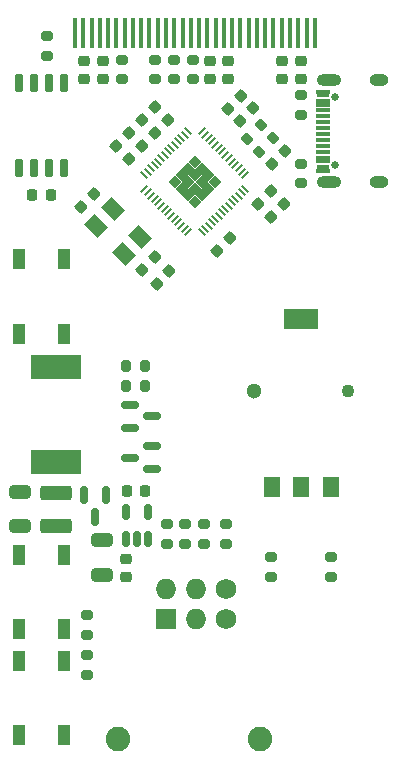
<source format=gts>
%TF.GenerationSoftware,KiCad,Pcbnew,8.99.0-3110-g1838b2656d*%
%TF.CreationDate,2024-11-19T22:26:19+01:00*%
%TF.ProjectId,dmm_sao,646d6d5f-7361-46f2-9e6b-696361645f70,1.1*%
%TF.SameCoordinates,PX4f27ac0PY3ef1480*%
%TF.FileFunction,Soldermask,Top*%
%TF.FilePolarity,Negative*%
%FSLAX46Y46*%
G04 Gerber Fmt 4.6, Leading zero omitted, Abs format (unit mm)*
G04 Created by KiCad (PCBNEW 8.99.0-3110-g1838b2656d) date 2024-11-19 22:26:19*
%MOMM*%
%LPD*%
G01*
G04 APERTURE LIST*
G04 Aperture macros list*
%AMRoundRect*
0 Rectangle with rounded corners*
0 $1 Rounding radius*
0 $2 $3 $4 $5 $6 $7 $8 $9 X,Y pos of 4 corners*
0 Add a 4 corners polygon primitive as box body*
4,1,4,$2,$3,$4,$5,$6,$7,$8,$9,$2,$3,0*
0 Add four circle primitives for the rounded corners*
1,1,$1+$1,$2,$3*
1,1,$1+$1,$4,$5*
1,1,$1+$1,$6,$7*
1,1,$1+$1,$8,$9*
0 Add four rect primitives between the rounded corners*
20,1,$1+$1,$2,$3,$4,$5,0*
20,1,$1+$1,$4,$5,$6,$7,0*
20,1,$1+$1,$6,$7,$8,$9,0*
20,1,$1+$1,$8,$9,$2,$3,0*%
%AMHorizOval*
0 Thick line with rounded ends*
0 $1 width*
0 $2 $3 position (X,Y) of the first rounded end (center of the circle)*
0 $4 $5 position (X,Y) of the second rounded end (center of the circle)*
0 Add line between two ends*
20,1,$1,$2,$3,$4,$5,0*
0 Add two circle primitives to create the rounded ends*
1,1,$1,$2,$3*
1,1,$1,$4,$5*%
%AMRotRect*
0 Rectangle, with rotation*
0 The origin of the aperture is its center*
0 $1 length*
0 $2 width*
0 $3 Rotation angle, in degrees counterclockwise*
0 Add horizontal line*
21,1,$1,$2,0,0,$3*%
G04 Aperture macros list end*
%ADD10C,0.650000*%
%ADD11R,1.150000X0.300000*%
%ADD12R,1.100000X0.300000*%
%ADD13O,2.100000X1.000000*%
%ADD14O,1.600000X1.000000*%
%ADD15RoundRect,0.200000X0.275000X-0.200000X0.275000X0.200000X-0.275000X0.200000X-0.275000X-0.200000X0*%
%ADD16RoundRect,0.225000X-0.017678X0.335876X-0.335876X0.017678X0.017678X-0.335876X0.335876X-0.017678X0*%
%ADD17RoundRect,0.225000X0.017678X-0.335876X0.335876X-0.017678X-0.017678X0.335876X-0.335876X0.017678X0*%
%ADD18RoundRect,0.225000X0.225000X0.250000X-0.225000X0.250000X-0.225000X-0.250000X0.225000X-0.250000X0*%
%ADD19RoundRect,0.225000X-0.250000X0.225000X-0.250000X-0.225000X0.250000X-0.225000X0.250000X0.225000X0*%
%ADD20RoundRect,0.150000X-0.587500X-0.150000X0.587500X-0.150000X0.587500X0.150000X-0.587500X0.150000X0*%
%ADD21R,1.000000X1.700000*%
%ADD22RoundRect,0.200000X0.200000X0.275000X-0.200000X0.275000X-0.200000X-0.275000X0.200000X-0.275000X0*%
%ADD23RoundRect,0.250000X0.650000X-0.325000X0.650000X0.325000X-0.650000X0.325000X-0.650000X-0.325000X0*%
%ADD24RoundRect,0.250000X-0.650000X0.325000X-0.650000X-0.325000X0.650000X-0.325000X0.650000X0.325000X0*%
%ADD25RoundRect,0.200000X-0.275000X0.200000X-0.275000X-0.200000X0.275000X-0.200000X0.275000X0.200000X0*%
%ADD26RoundRect,0.150000X0.150000X-0.512500X0.150000X0.512500X-0.150000X0.512500X-0.150000X-0.512500X0*%
%ADD27RoundRect,0.225000X0.335876X0.017678X0.017678X0.335876X-0.335876X-0.017678X-0.017678X-0.335876X0*%
%ADD28RoundRect,0.200000X-0.200000X-0.275000X0.200000X-0.275000X0.200000X0.275000X-0.200000X0.275000X0*%
%ADD29RoundRect,0.200000X-0.053033X0.335876X-0.335876X0.053033X0.053033X-0.335876X0.335876X-0.053033X0*%
%ADD30R,4.200000X2.000000*%
%ADD31RoundRect,0.250000X1.075000X-0.375000X1.075000X0.375000X-1.075000X0.375000X-1.075000X-0.375000X0*%
%ADD32C,2.082800*%
%ADD33RoundRect,0.150000X-0.150000X0.650000X-0.150000X-0.650000X0.150000X-0.650000X0.150000X0.650000X0*%
%ADD34C,1.300000*%
%ADD35C,1.100000*%
%ADD36R,1.400000X1.800000*%
%ADD37R,3.000000X1.800000*%
%ADD38O,1.727200X1.727200*%
%ADD39R,1.727200X1.727200*%
%ADD40C,1.727200*%
%ADD41RoundRect,0.225000X-0.335876X-0.017678X-0.017678X-0.335876X0.335876X0.017678X0.017678X0.335876X0*%
%ADD42RoundRect,0.225000X0.250000X-0.225000X0.250000X0.225000X-0.250000X0.225000X-0.250000X-0.225000X0*%
%ADD43RoundRect,0.150000X-0.150000X0.587500X-0.150000X-0.587500X0.150000X-0.587500X0.150000X0.587500X0*%
%ADD44HorizOval,0.200000X-0.238649X0.238649X0.238649X-0.238649X0*%
%ADD45HorizOval,0.200000X-0.238649X-0.238649X0.238649X0.238649X0*%
%ADD46RotRect,0.800000X0.800000X315.000000*%
%ADD47R,0.400000X2.540000*%
%ADD48RoundRect,0.150000X0.587500X0.150000X-0.587500X0.150000X-0.587500X-0.150000X0.587500X-0.150000X0*%
%ADD49RoundRect,0.225000X-0.225000X-0.250000X0.225000X-0.250000X0.225000X0.250000X-0.225000X0.250000X0*%
%ADD50RotRect,1.600000X1.300000X135.000000*%
G04 APERTURE END LIST*
D10*
%TO.C,J3*%
X28895000Y-16890000D03*
X28895001Y-11110000D03*
D11*
X27830000Y-17349999D03*
X27830000Y-16550000D03*
X27830000Y-15250001D03*
X27830000Y-14249999D03*
X27830000Y-13749999D03*
X27829999Y-12750000D03*
X27830000Y-11450000D03*
X27830000Y-10649999D03*
D12*
X27805000Y-10950000D03*
D11*
X27829999Y-11749999D03*
X27830000Y-12250000D03*
X27830001Y-13250000D03*
X27830000Y-14750000D03*
X27830001Y-15749999D03*
X27830001Y-16250001D03*
D12*
X27805000Y-17050001D03*
D13*
X28395000Y-18320002D03*
D14*
X32575000Y-18320001D03*
D13*
X28394998Y-9680000D03*
D14*
X32575000Y-9680000D03*
%TD*%
D15*
%TO.C,R7*%
X15200000Y-9625000D03*
X15200000Y-7975000D03*
%TD*%
D16*
%TO.C,C14*%
X19948008Y-23051992D03*
X18851992Y-24148008D03*
%TD*%
D17*
%TO.C,C22*%
X12551992Y-25748008D03*
X13648008Y-24651992D03*
%TD*%
%TO.C,C18*%
X20825000Y-13175000D03*
X21921016Y-12078984D03*
%TD*%
D18*
%TO.C,C13*%
X4775001Y-19400000D03*
X3224999Y-19400000D03*
%TD*%
D15*
%TO.C,R1*%
X19600000Y-48925000D03*
X19600000Y-47275000D03*
%TD*%
D19*
%TO.C,C7*%
X11150000Y-50224999D03*
X11150000Y-51775001D03*
%TD*%
D20*
%TO.C,Q2*%
X11462499Y-37200004D03*
X11462499Y-39100002D03*
X13337500Y-38150003D03*
%TD*%
D21*
%TO.C,SW1*%
X2100000Y-31150000D03*
X2100000Y-24850000D03*
X5900000Y-31150000D03*
X5900000Y-24850000D03*
%TD*%
D22*
%TO.C,R9*%
X12775000Y-33900000D03*
X11125000Y-33900000D03*
%TD*%
D23*
%TO.C,C8*%
X2200000Y-47475000D03*
X2200000Y-44525000D03*
%TD*%
D24*
%TO.C,C10*%
X9100000Y-48625000D03*
X9100000Y-51575000D03*
%TD*%
D25*
%TO.C,R3*%
X16200000Y-47275000D03*
X16200000Y-48925000D03*
%TD*%
D26*
%TO.C,U1*%
X11150000Y-48537500D03*
X12100000Y-48537500D03*
X13050000Y-48537500D03*
X13050000Y-46262500D03*
X11150000Y-46262500D03*
%TD*%
D27*
%TO.C,C17*%
X11448008Y-16348008D03*
X10351992Y-15251992D03*
%TD*%
D25*
%TO.C,R17*%
X4500000Y-5975000D03*
X4500000Y-7625000D03*
%TD*%
D28*
%TO.C,R10*%
X11125000Y-35550000D03*
X12775000Y-35550000D03*
%TD*%
D15*
%TO.C,R6*%
X13600000Y-9625000D03*
X13600000Y-7975000D03*
%TD*%
D29*
%TO.C,R15*%
X22583363Y-13516637D03*
X21416637Y-14683363D03*
%TD*%
D30*
%TO.C,LS1*%
X5250000Y-42000000D03*
X5250000Y-34000000D03*
%TD*%
D16*
%TO.C,C21*%
X8448008Y-19351992D03*
X7351992Y-20448008D03*
%TD*%
D17*
%TO.C,C20*%
X23551992Y-16748008D03*
X24648008Y-15651992D03*
%TD*%
D31*
%TO.C,L1*%
X5200000Y-47400000D03*
X5200000Y-44600000D03*
%TD*%
D29*
%TO.C,R14*%
X23633363Y-14566637D03*
X22466637Y-15733363D03*
%TD*%
D15*
%TO.C,R2*%
X14600000Y-48925000D03*
X14600000Y-47275000D03*
%TD*%
%TO.C,R16*%
X7900000Y-60025000D03*
X7900000Y-58375000D03*
%TD*%
D25*
%TO.C,R4*%
X17800000Y-47275000D03*
X17800000Y-48925000D03*
%TD*%
D15*
%TO.C,R5*%
X16800000Y-9625000D03*
X16800000Y-7975000D03*
%TD*%
D25*
%TO.C,R19*%
X28500000Y-50075000D03*
X28500000Y-51725000D03*
%TD*%
D32*
%TO.C,J2*%
X10500000Y-65500000D03*
%TD*%
D33*
%TO.C,U3*%
X5905000Y-9900003D03*
X4635000Y-9900000D03*
X3365000Y-9900000D03*
X2095001Y-9899999D03*
X2095000Y-17099997D03*
X3365000Y-17100000D03*
X4635000Y-17100000D03*
X5904999Y-17100001D03*
%TD*%
D34*
%TO.C,SW2*%
X22000000Y-36000000D03*
D35*
X30000000Y-36000000D03*
D36*
X23500000Y-44100000D03*
X28500000Y-44100000D03*
D37*
X26000000Y-29900000D03*
D36*
X26000000Y-44100000D03*
%TD*%
D38*
%TO.C,X1*%
X14520000Y-52750000D03*
D39*
X14520000Y-55290000D03*
D38*
X17060000Y-52750000D03*
X17060000Y-55290000D03*
D40*
X19600000Y-52750000D03*
X19600000Y-55290000D03*
%TD*%
D41*
%TO.C,C11*%
X23451992Y-19051992D03*
X24548008Y-20148008D03*
%TD*%
D42*
%TO.C,C1*%
X26000000Y-9575001D03*
X26000000Y-8024999D03*
%TD*%
D32*
%TO.C,J1*%
X22500000Y-65500000D03*
%TD*%
D41*
%TO.C,C12*%
X22351992Y-20151992D03*
X23448008Y-21248008D03*
%TD*%
D25*
%TO.C,R18*%
X23400000Y-50075000D03*
X23400000Y-51725000D03*
%TD*%
D19*
%TO.C,C6*%
X9200000Y-8024999D03*
X9200000Y-9575001D03*
%TD*%
D27*
%TO.C,C16*%
X13648008Y-14148008D03*
X12551992Y-13051992D03*
%TD*%
%TO.C,C24*%
X14748008Y-13048008D03*
X13651992Y-11951992D03*
%TD*%
D43*
%TO.C,U2*%
X9505000Y-44802500D03*
X7605001Y-44802499D03*
X8555000Y-46677500D03*
%TD*%
D25*
%TO.C,R8*%
X10800000Y-7975000D03*
X10800000Y-9625000D03*
%TD*%
%TO.C,R12*%
X26000000Y-10975000D03*
X26000000Y-12625000D03*
%TD*%
D42*
%TO.C,C5*%
X18300000Y-9575001D03*
X18300000Y-8024999D03*
%TD*%
%TO.C,C3*%
X19800000Y-9575001D03*
X19800000Y-8024999D03*
%TD*%
D44*
%TO.C,U4*%
X16407797Y-14030841D03*
X16124956Y-14313685D03*
X15842112Y-14596528D03*
X15559270Y-14879371D03*
X15276427Y-15162214D03*
X14993584Y-15445056D03*
X14710743Y-15727898D03*
X14427900Y-16010743D03*
X14145055Y-16293583D03*
X13862214Y-16576427D03*
X13579371Y-16859269D03*
X13296529Y-17142111D03*
X13013683Y-17424956D03*
X12730840Y-17707797D03*
D45*
X12730841Y-18892203D03*
X13013685Y-19175044D03*
X13296528Y-19457888D03*
X13579371Y-19740730D03*
X13862214Y-20023573D03*
X14145056Y-20306416D03*
X14427898Y-20589257D03*
X14710743Y-20872100D03*
X14993583Y-21154945D03*
X15276427Y-21437786D03*
X15559269Y-21720629D03*
X15842111Y-22003471D03*
X16124956Y-22286317D03*
X16407797Y-22569160D03*
D44*
X17592203Y-22569159D03*
X17875044Y-22286315D03*
X18157888Y-22003472D03*
X18440730Y-21720629D03*
X18723573Y-21437786D03*
X19006416Y-21154944D03*
X19289257Y-20872102D03*
X19572100Y-20589257D03*
X19854945Y-20306417D03*
X20137786Y-20023573D03*
X20420629Y-19740731D03*
X20703471Y-19457889D03*
X20986317Y-19175044D03*
X21269160Y-18892203D03*
D45*
X21269159Y-17707797D03*
X20986315Y-17424956D03*
X20703472Y-17142112D03*
X20420629Y-16859270D03*
X20137786Y-16576427D03*
X19854944Y-16293584D03*
X19572102Y-16010743D03*
X19289257Y-15727900D03*
X19006417Y-15445055D03*
X18723573Y-15162214D03*
X18440731Y-14879371D03*
X18157889Y-14596529D03*
X17875044Y-14313683D03*
X17592203Y-14030840D03*
D46*
X16434312Y-17168627D03*
X15868628Y-17734314D03*
X15302943Y-18299999D03*
X17000001Y-16602943D03*
X17565686Y-17168628D03*
X17000000Y-17734315D03*
X16434315Y-18300000D03*
X15868627Y-18865688D03*
X18131373Y-17734312D03*
X17565685Y-18300000D03*
X17000000Y-18865685D03*
X16434314Y-19431372D03*
X16999999Y-19997057D03*
X18697057Y-18300001D03*
X18131372Y-18865686D03*
X17565688Y-19431373D03*
%TD*%
D21*
%TO.C,SW4*%
X2100000Y-56150000D03*
X2100000Y-49850000D03*
X5900000Y-56150000D03*
X5900000Y-49850000D03*
%TD*%
D15*
%TO.C,R11*%
X26000000Y-18425000D03*
X26000000Y-16775000D03*
%TD*%
D16*
%TO.C,C15*%
X14848008Y-25851992D03*
X13751992Y-26948008D03*
%TD*%
D19*
%TO.C,C4*%
X7600000Y-8024999D03*
X7600000Y-9575001D03*
%TD*%
D15*
%TO.C,R13*%
X7900000Y-56625000D03*
X7900000Y-54975000D03*
%TD*%
D47*
%TO.C,OLEDM1*%
X27150000Y-5700000D03*
X26450000Y-5700000D03*
X25750000Y-5700000D03*
X25050000Y-5700000D03*
X24350000Y-5700000D03*
X23650002Y-5700001D03*
X22949999Y-5700001D03*
X22249998Y-5699998D03*
X21550002Y-5700002D03*
X20849998Y-5700000D03*
X20149998Y-5700001D03*
X19450001Y-5700000D03*
X18749998Y-5700000D03*
X18050000Y-5699998D03*
X17350000Y-5699999D03*
X16649998Y-5700000D03*
X15950000Y-5699998D03*
X15250001Y-5699999D03*
X14550000Y-5700002D03*
X13849999Y-5699998D03*
X13150002Y-5699999D03*
X12449998Y-5700002D03*
X11750001Y-5700001D03*
X11050001Y-5699998D03*
X10350000Y-5700002D03*
X9650000Y-5700002D03*
X8949998Y-5700000D03*
X8250000Y-5700000D03*
X7550000Y-5700000D03*
X6850002Y-5700001D03*
%TD*%
D48*
%TO.C,Q1*%
X13337502Y-42599997D03*
X13337501Y-40700001D03*
X11462500Y-41650000D03*
%TD*%
D17*
%TO.C,C19*%
X19775000Y-12125000D03*
X20871016Y-11028984D03*
%TD*%
D49*
%TO.C,C9*%
X11224999Y-44500000D03*
X12775001Y-44500000D03*
%TD*%
D21*
%TO.C,SW3*%
X2100000Y-65150000D03*
X2100000Y-58850000D03*
X5900000Y-65150000D03*
X5900000Y-58850000D03*
%TD*%
D50*
%TO.C,Y1*%
X12373833Y-22959619D03*
X10040381Y-20626167D03*
X8626167Y-22040381D03*
X10959619Y-24373833D03*
%TD*%
D27*
%TO.C,C23*%
X12548008Y-15248008D03*
X11451992Y-14151992D03*
%TD*%
D42*
%TO.C,C2*%
X24400000Y-9575001D03*
X24400000Y-8024999D03*
%TD*%
M02*

</source>
